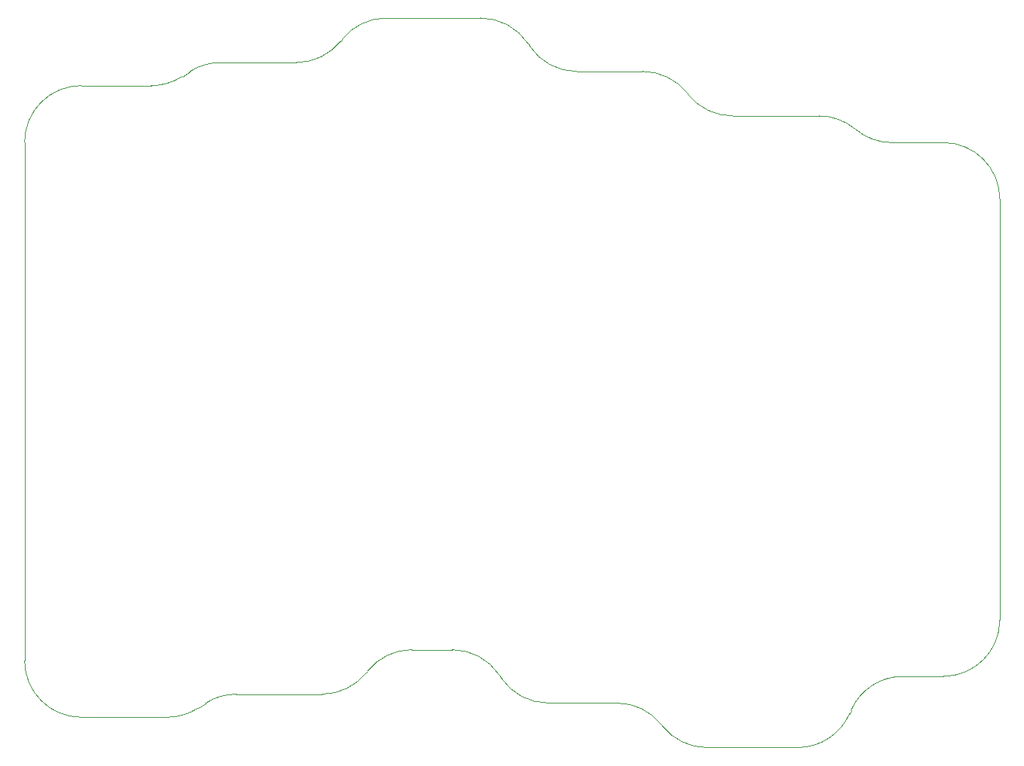
<source format=gbr>
G04 #@! TF.GenerationSoftware,KiCad,Pcbnew,(5.1.4)-1*
G04 #@! TF.CreationDate,2021-06-12T13:41:32-04:00*
G04 #@! TF.ProjectId,splitreus,73706c69-7472-4657-9573-2e6b69636164,1*
G04 #@! TF.SameCoordinates,Original*
G04 #@! TF.FileFunction,Profile,NP*
%FSLAX46Y46*%
G04 Gerber Fmt 4.6, Leading zero omitted, Abs format (unit mm)*
G04 Created by KiCad (PCBNEW (5.1.4)-1) date 2021-06-12 13:41:32*
%MOMM*%
%LPD*%
G04 APERTURE LIST*
%ADD10C,0.050000*%
G04 APERTURE END LIST*
D10*
X8000000Y-12949999D02*
X8000000Y-71249999D01*
X105394441Y-13007145D02*
G75*
G02X101295661Y-11507145I0J6350000D01*
G01*
X111149999Y-13007145D02*
X105394441Y-13007145D01*
X97196881Y-10007145D02*
G75*
G02X101295661Y-11507145I-1J-6350000D01*
G01*
X79464674Y-78390332D02*
X79651576Y-78623959D01*
X74506157Y-76007145D02*
G75*
G02X79464674Y-78390332I0J-6350000D01*
G01*
X66792865Y-76007145D02*
X74506157Y-76007145D01*
X66792865Y-76007145D02*
G75*
G02X61509346Y-73179491I0J6350000D01*
G01*
X61279551Y-72834799D02*
X61509346Y-73179491D01*
X55996032Y-70007145D02*
G75*
G02X61279551Y-72834799I-1J-6350000D01*
G01*
X51493842Y-70007145D02*
X55996031Y-70007145D01*
X46535325Y-72390331D02*
G75*
G02X51493842Y-70007145I4958517J-3966814D01*
G01*
X46348423Y-72623959D02*
X46535325Y-72390332D01*
X46348423Y-72623959D02*
G75*
G02X41389906Y-75007145I-4958517J3966814D01*
G01*
X31765323Y-75007145D02*
X41389906Y-75007145D01*
X28311341Y-76028683D02*
G75*
G02X31765323Y-75007145I3453982J-5328462D01*
G01*
X27463197Y-76578462D02*
X28311342Y-76028683D01*
X27463197Y-76578462D02*
G75*
G02X24009215Y-77600000I-3453982J5328463D01*
G01*
X14350000Y-77600000D02*
X24009215Y-77600000D01*
X14350000Y-77599999D02*
G75*
G02X8000000Y-71249999I0J6350000D01*
G01*
X7999999Y-12949998D02*
G75*
G02X14350000Y-6599999I6350000J-1D01*
G01*
X22234676Y-6599999D02*
X14350000Y-6599999D01*
X25688658Y-5578461D02*
G75*
G02X22234676Y-6599999I-3453982J5328462D01*
G01*
X26536802Y-5028683D02*
X25688657Y-5578462D01*
X26536802Y-5028683D02*
G75*
G02X29990784Y-4007145I3453982J-5328462D01*
G01*
X38506157Y-4007145D02*
X29990784Y-4007145D01*
X43464673Y-1623959D02*
G75*
G02X38506157Y-4007145I-4958516J3966813D01*
G01*
X43651576Y-1390332D02*
X43464674Y-1623959D01*
X43651577Y-1390332D02*
G75*
G02X48610093Y992854I4958516J-3966813D01*
G01*
X59207134Y992854D02*
X48610093Y992854D01*
X59207134Y992855D02*
G75*
G02X64490653Y-1834799I0J-6350000D01*
G01*
X64720448Y-2179491D02*
X64490653Y-1834799D01*
X70003967Y-5007146D02*
G75*
G02X64720448Y-2179491I1J6350000D01*
G01*
X77389906Y-5007145D02*
X70003968Y-5007145D01*
X77389906Y-5007145D02*
G75*
G02X82348423Y-7390332I0J-6350000D01*
G01*
X82535325Y-7623959D02*
X82348423Y-7390332D01*
X87493842Y-10007145D02*
G75*
G02X82535325Y-7623959I0J6350000D01*
G01*
X97196880Y-10007145D02*
X87493842Y-10007145D01*
X111149999Y-13007145D02*
G75*
G02X117499999Y-19357145I0J-6350000D01*
G01*
X117499999Y-66657145D02*
X117499999Y-19357145D01*
X117499999Y-66657145D02*
G75*
G02X111149999Y-73007145I-6350000J0D01*
G01*
X106615045Y-73007145D02*
X111149999Y-73007145D01*
X100797446Y-76811945D02*
G75*
G02X106615045Y-73007145I5817599J-2545200D01*
G01*
X100626646Y-77202345D02*
X100797446Y-76811946D01*
X100626646Y-77202345D02*
G75*
G02X94809047Y-81007145I-5817599J2545200D01*
G01*
X84610093Y-81007145D02*
X94809047Y-81007145D01*
X84610093Y-81007145D02*
G75*
G02X79651576Y-78623959I0J6350000D01*
G01*
M02*

</source>
